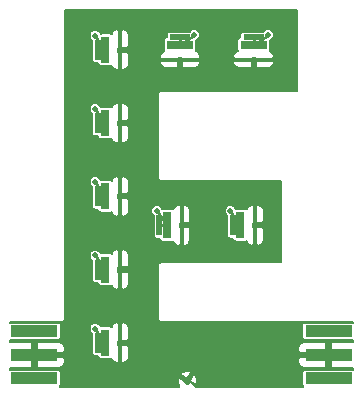
<source format=gtl>
G04 #@! TF.FileFunction,Copper,L1,Top,Signal*
%FSLAX46Y46*%
G04 Gerber Fmt 4.6, Leading zero omitted, Abs format (unit mm)*
G04 Created by KiCad (PCBNEW 4.0.0-rc2-stable) date 3/3/2016 3:43:48 PM*
%MOMM*%
G01*
G04 APERTURE LIST*
%ADD10C,0.150000*%
%ADD11R,1.800000X0.500000*%
%ADD12R,2.300000X0.320000*%
%ADD13R,2.300000X0.800000*%
%ADD14C,0.500000*%
%ADD15R,0.500000X1.800000*%
%ADD16R,0.320000X2.300000*%
%ADD17R,0.800000X2.300000*%
%ADD18R,4.000000X1.000000*%
%ADD19C,0.600000*%
%ADD20C,0.254000*%
%ADD21C,0.152400*%
G04 APERTURE END LIST*
D10*
D11*
X67584830Y-21297104D03*
D12*
X67584830Y-23197104D03*
D13*
X67584830Y-21947104D03*
D14*
X68784830Y-21097104D03*
D11*
X61343273Y-21297104D03*
D12*
X61343273Y-23197104D03*
D13*
X61343273Y-21947104D03*
D14*
X62543273Y-21097104D03*
D15*
X54369264Y-22365826D03*
D16*
X56269264Y-22365826D03*
D17*
X55019264Y-22365826D03*
D14*
X54169264Y-21165826D03*
D15*
X54369264Y-28565937D03*
D16*
X56269264Y-28565937D03*
D17*
X55019264Y-28565937D03*
D14*
X54169264Y-27365937D03*
D15*
X54369264Y-34766050D03*
D16*
X56269264Y-34766050D03*
D17*
X55019264Y-34766050D03*
D14*
X54169264Y-33566050D03*
D15*
X54369264Y-40966164D03*
D16*
X56269264Y-40966164D03*
D17*
X55019264Y-40966164D03*
D14*
X54169264Y-39766164D03*
D15*
X54369264Y-47166270D03*
D16*
X56269264Y-47166270D03*
D17*
X55019264Y-47166270D03*
D14*
X54169264Y-45966270D03*
D15*
X59586046Y-37210907D03*
D16*
X61486046Y-37210907D03*
D17*
X60236046Y-37210907D03*
D14*
X59386046Y-36010907D03*
D15*
X65802840Y-37210907D03*
D16*
X67702840Y-37210907D03*
D17*
X66452840Y-37210907D03*
D14*
X65602840Y-36010907D03*
D18*
X73919334Y-50192207D03*
X73919334Y-48192207D03*
X73919334Y-46192207D03*
D19*
X72919334Y-50192207D03*
X72919334Y-48192207D03*
X72919334Y-46192207D03*
D18*
X49020840Y-46192207D03*
X49020840Y-48192207D03*
X49020840Y-50192207D03*
D19*
X50020840Y-46192207D03*
X50020840Y-48192207D03*
X50020840Y-50192207D03*
D14*
X61975033Y-50417536D03*
D20*
X67580000Y-21300000D02*
X67580000Y-21950000D01*
X67580000Y-21300000D02*
X67580000Y-21950000D01*
X67580000Y-21300000D02*
X67580000Y-21950000D01*
X67580000Y-21300000D02*
X67580000Y-21950000D01*
X67580000Y-21300000D02*
X67580000Y-21950000D01*
X67580000Y-21300000D02*
X67580000Y-21950000D01*
X67580000Y-21300000D02*
X67580000Y-21950000D01*
X67580000Y-21300000D02*
X67580000Y-21950000D01*
X67580000Y-21300000D02*
X67580000Y-21950000D01*
X67580000Y-21950000D02*
X68780000Y-21100000D01*
X67580000Y-21950000D02*
X68780000Y-21100000D01*
X67580000Y-21950000D02*
X68780000Y-21100000D01*
X67580000Y-21950000D02*
X68780000Y-21100000D01*
X67580000Y-21950000D02*
X68780000Y-21100000D01*
X67580000Y-21950000D02*
X68780000Y-21100000D01*
X67580000Y-21950000D02*
X68780000Y-21100000D01*
X67580000Y-21950000D02*
X68780000Y-21100000D01*
X67580000Y-21950000D02*
X68780000Y-21100000D01*
X61340000Y-21300000D02*
X61340000Y-21950000D01*
X61340000Y-21300000D02*
X61340000Y-21950000D01*
X61340000Y-21300000D02*
X61340000Y-21950000D01*
X61340000Y-21300000D02*
X61340000Y-21950000D01*
X61340000Y-21300000D02*
X61340000Y-21950000D01*
X61340000Y-21300000D02*
X61340000Y-21950000D01*
X61340000Y-21300000D02*
X61340000Y-21950000D01*
X61340000Y-21300000D02*
X61340000Y-21950000D01*
X61340000Y-21300000D02*
X61340000Y-21950000D01*
X61340000Y-21950000D02*
X62540000Y-21100000D01*
X61340000Y-21950000D02*
X62540000Y-21100000D01*
X61340000Y-21950000D02*
X62540000Y-21100000D01*
X61340000Y-21950000D02*
X62540000Y-21100000D01*
X61340000Y-21950000D02*
X62540000Y-21100000D01*
X61340000Y-21950000D02*
X62540000Y-21100000D01*
X61340000Y-21950000D02*
X62540000Y-21100000D01*
X61340000Y-21950000D02*
X62540000Y-21100000D01*
X61340000Y-21950000D02*
X62540000Y-21100000D01*
X54370000Y-22370000D02*
X55020000Y-22370000D01*
X54370000Y-22370000D02*
X55020000Y-22370000D01*
X54370000Y-22370000D02*
X55020000Y-22370000D01*
X54370000Y-22370000D02*
X55020000Y-22370000D01*
X54370000Y-22370000D02*
X55020000Y-22370000D01*
X54370000Y-22370000D02*
X55020000Y-22370000D01*
X54370000Y-22370000D02*
X55020000Y-22370000D01*
X54370000Y-22370000D02*
X55020000Y-22370000D01*
X54370000Y-22370000D02*
X55020000Y-22370000D01*
X55020000Y-22370000D02*
X54170000Y-21170000D01*
X55020000Y-22370000D02*
X54170000Y-21170000D01*
X55020000Y-22370000D02*
X54170000Y-21170000D01*
X55020000Y-22370000D02*
X54170000Y-21170000D01*
X55020000Y-22370000D02*
X54170000Y-21170000D01*
X55020000Y-22370000D02*
X54170000Y-21170000D01*
X55020000Y-22370000D02*
X54170000Y-21170000D01*
X55020000Y-22370000D02*
X54170000Y-21170000D01*
X55020000Y-22370000D02*
X54170000Y-21170000D01*
X54370000Y-28570000D02*
X55020000Y-28570000D01*
X54370000Y-28570000D02*
X55020000Y-28570000D01*
X54370000Y-28570000D02*
X55020000Y-28570000D01*
X54370000Y-28570000D02*
X55020000Y-28570000D01*
X54370000Y-28570000D02*
X55020000Y-28570000D01*
X54370000Y-28570000D02*
X55020000Y-28570000D01*
X54370000Y-28570000D02*
X55020000Y-28570000D01*
X54370000Y-28570000D02*
X55020000Y-28570000D01*
X54370000Y-28570000D02*
X55020000Y-28570000D01*
X55020000Y-28570000D02*
X54170000Y-27370000D01*
X55020000Y-28570000D02*
X54170000Y-27370000D01*
X55020000Y-28570000D02*
X54170000Y-27370000D01*
X55020000Y-28570000D02*
X54170000Y-27370000D01*
X55020000Y-28570000D02*
X54170000Y-27370000D01*
X55020000Y-28570000D02*
X54170000Y-27370000D01*
X55020000Y-28570000D02*
X54170000Y-27370000D01*
X55020000Y-28570000D02*
X54170000Y-27370000D01*
X55020000Y-28570000D02*
X54170000Y-27370000D01*
X54370000Y-34770000D02*
X55020000Y-34770000D01*
X54370000Y-34770000D02*
X55020000Y-34770000D01*
X54370000Y-34770000D02*
X55020000Y-34770000D01*
X54370000Y-34770000D02*
X55020000Y-34770000D01*
X54370000Y-34770000D02*
X55020000Y-34770000D01*
X54370000Y-34770000D02*
X55020000Y-34770000D01*
X54370000Y-34770000D02*
X55020000Y-34770000D01*
X54370000Y-34770000D02*
X55020000Y-34770000D01*
X54370000Y-34770000D02*
X55020000Y-34770000D01*
X55020000Y-34770000D02*
X54170000Y-33570000D01*
X55020000Y-34770000D02*
X54170000Y-33570000D01*
X55020000Y-34770000D02*
X54170000Y-33570000D01*
X55020000Y-34770000D02*
X54170000Y-33570000D01*
X55020000Y-34770000D02*
X54170000Y-33570000D01*
X55020000Y-34770000D02*
X54170000Y-33570000D01*
X55020000Y-34770000D02*
X54170000Y-33570000D01*
X55020000Y-34770000D02*
X54170000Y-33570000D01*
X55020000Y-34770000D02*
X54170000Y-33570000D01*
X54370000Y-40970000D02*
X55020000Y-40970000D01*
X54370000Y-40970000D02*
X55020000Y-40970000D01*
X54370000Y-40970000D02*
X55020000Y-40970000D01*
X54370000Y-40970000D02*
X55020000Y-40970000D01*
X54370000Y-40970000D02*
X55020000Y-40970000D01*
X54370000Y-40970000D02*
X55020000Y-40970000D01*
X54370000Y-40970000D02*
X55020000Y-40970000D01*
X54370000Y-40970000D02*
X55020000Y-40970000D01*
X54370000Y-40970000D02*
X55020000Y-40970000D01*
X55020000Y-40970000D02*
X54170000Y-39770000D01*
X55020000Y-40970000D02*
X54170000Y-39770000D01*
X55020000Y-40970000D02*
X54170000Y-39770000D01*
X55020000Y-40970000D02*
X54170000Y-39770000D01*
X55020000Y-40970000D02*
X54170000Y-39770000D01*
X55020000Y-40970000D02*
X54170000Y-39770000D01*
X55020000Y-40970000D02*
X54170000Y-39770000D01*
X55020000Y-40970000D02*
X54170000Y-39770000D01*
X55020000Y-40970000D02*
X54170000Y-39770000D01*
X54370000Y-47170000D02*
X55020000Y-47170000D01*
X54370000Y-47170000D02*
X55020000Y-47170000D01*
X54370000Y-47170000D02*
X55020000Y-47170000D01*
X54370000Y-47170000D02*
X55020000Y-47170000D01*
X54370000Y-47170000D02*
X55020000Y-47170000D01*
X54370000Y-47170000D02*
X55020000Y-47170000D01*
X54370000Y-47170000D02*
X55020000Y-47170000D01*
X54370000Y-47170000D02*
X55020000Y-47170000D01*
X54370000Y-47170000D02*
X55020000Y-47170000D01*
X55020000Y-47170000D02*
X54170000Y-45970000D01*
X55020000Y-47170000D02*
X54170000Y-45970000D01*
X55020000Y-47170000D02*
X54170000Y-45970000D01*
X55020000Y-47170000D02*
X54170000Y-45970000D01*
X55020000Y-47170000D02*
X54170000Y-45970000D01*
X55020000Y-47170000D02*
X54170000Y-45970000D01*
X55020000Y-47170000D02*
X54170000Y-45970000D01*
X55020000Y-47170000D02*
X54170000Y-45970000D01*
X55020000Y-47170000D02*
X54170000Y-45970000D01*
X59590000Y-37210000D02*
X60240000Y-37210000D01*
X59590000Y-37210000D02*
X60240000Y-37210000D01*
X59590000Y-37210000D02*
X60240000Y-37210000D01*
X59590000Y-37210000D02*
X60240000Y-37210000D01*
X59590000Y-37210000D02*
X60240000Y-37210000D01*
X59590000Y-37210000D02*
X60240000Y-37210000D01*
X59590000Y-37210000D02*
X60240000Y-37210000D01*
X59590000Y-37210000D02*
X60240000Y-37210000D01*
X59590000Y-37210000D02*
X60240000Y-37210000D01*
X60240000Y-37210000D02*
X59390000Y-36010000D01*
X60240000Y-37210000D02*
X59390000Y-36010000D01*
X60240000Y-37210000D02*
X59390000Y-36010000D01*
X60240000Y-37210000D02*
X59390000Y-36010000D01*
X60240000Y-37210000D02*
X59390000Y-36010000D01*
X60240000Y-37210000D02*
X59390000Y-36010000D01*
X60240000Y-37210000D02*
X59390000Y-36010000D01*
X60240000Y-37210000D02*
X59390000Y-36010000D01*
X60240000Y-37210000D02*
X59390000Y-36010000D01*
X65800000Y-37210000D02*
X66450000Y-37210000D01*
X65800000Y-37210000D02*
X66450000Y-37210000D01*
X65800000Y-37210000D02*
X66450000Y-37210000D01*
X65800000Y-37210000D02*
X66450000Y-37210000D01*
X65800000Y-37210000D02*
X66450000Y-37210000D01*
X65800000Y-37210000D02*
X66450000Y-37210000D01*
X65800000Y-37210000D02*
X66450000Y-37210000D01*
X65800000Y-37210000D02*
X66450000Y-37210000D01*
X65800000Y-37210000D02*
X66450000Y-37210000D01*
X66450000Y-37210000D02*
X65600000Y-36010000D01*
X66450000Y-37210000D02*
X65600000Y-36010000D01*
X66450000Y-37210000D02*
X65600000Y-36010000D01*
X66450000Y-37210000D02*
X65600000Y-36010000D01*
X66450000Y-37210000D02*
X65600000Y-36010000D01*
X66450000Y-37210000D02*
X65600000Y-36010000D01*
X66450000Y-37210000D02*
X65600000Y-36010000D01*
X66450000Y-37210000D02*
X65600000Y-36010000D01*
X66450000Y-37210000D02*
X65600000Y-36010000D01*
D21*
G36*
X71251400Y-25861400D02*
X59770000Y-25861400D01*
X59663384Y-25882607D01*
X59573000Y-25943000D01*
X59512607Y-26033384D01*
X59491400Y-26140000D01*
X59491400Y-33220000D01*
X59512607Y-33326616D01*
X59573000Y-33417000D01*
X59663384Y-33477393D01*
X59770000Y-33498600D01*
X69911400Y-33498600D01*
X69911400Y-40361400D01*
X59770000Y-40361400D01*
X59663384Y-40382607D01*
X59573000Y-40443000D01*
X59512607Y-40533384D01*
X59491400Y-40640000D01*
X59491400Y-45150000D01*
X59512607Y-45256616D01*
X59573000Y-45347000D01*
X59663384Y-45407393D01*
X59770000Y-45428600D01*
X75951400Y-45428600D01*
X75951400Y-45465622D01*
X75919334Y-45459129D01*
X71919334Y-45459129D01*
X71834620Y-45475069D01*
X71756816Y-45525135D01*
X71704619Y-45601527D01*
X71686256Y-45692207D01*
X71686256Y-46692207D01*
X71702196Y-46776921D01*
X71752262Y-46854725D01*
X71828654Y-46906922D01*
X71919334Y-46925285D01*
X75919334Y-46925285D01*
X75951400Y-46919251D01*
X75951400Y-47108007D01*
X74243184Y-47108007D01*
X74097134Y-47254057D01*
X74097134Y-48014407D01*
X74117134Y-48014407D01*
X74117134Y-48370007D01*
X74097134Y-48370007D01*
X74097134Y-49130357D01*
X74243184Y-49276407D01*
X75951400Y-49276407D01*
X75951400Y-49465622D01*
X75919334Y-49459129D01*
X71919334Y-49459129D01*
X71834620Y-49475069D01*
X71756816Y-49525135D01*
X71704619Y-49601527D01*
X71686256Y-49692207D01*
X71686256Y-50692207D01*
X71702196Y-50776921D01*
X71752262Y-50854725D01*
X71776666Y-50871400D01*
X62680347Y-50871400D01*
X62267123Y-50458176D01*
X62624576Y-50690309D01*
X62794449Y-50645533D01*
X62819326Y-50314601D01*
X62715666Y-49999340D01*
X62630871Y-49875964D01*
X62457473Y-49904153D01*
X62147947Y-50380782D01*
X62234992Y-50437309D01*
X62054265Y-50618036D01*
X62011787Y-50590450D01*
X61955260Y-50677495D01*
X61774533Y-50496768D01*
X61802119Y-50454290D01*
X61325490Y-50144763D01*
X61155617Y-50189539D01*
X61130740Y-50520471D01*
X61234400Y-50835732D01*
X61258914Y-50871400D01*
X59770000Y-50871400D01*
X59719726Y-50881400D01*
X51380274Y-50881400D01*
X51330000Y-50871400D01*
X51164522Y-50871400D01*
X51183358Y-50859279D01*
X51235555Y-50782887D01*
X51253918Y-50692207D01*
X51253918Y-49761698D01*
X61433461Y-49761698D01*
X61461650Y-49935096D01*
X61938279Y-50244622D01*
X62247806Y-49767993D01*
X62203030Y-49598120D01*
X61872098Y-49573243D01*
X61556837Y-49676903D01*
X61433461Y-49761698D01*
X51253918Y-49761698D01*
X51253918Y-49692207D01*
X51237978Y-49607493D01*
X51187912Y-49529689D01*
X51111520Y-49477492D01*
X51020840Y-49459129D01*
X47020840Y-49459129D01*
X46936126Y-49475069D01*
X46908600Y-49492782D01*
X46908600Y-49276407D01*
X48696990Y-49276407D01*
X48843040Y-49130357D01*
X48843040Y-48370007D01*
X48823040Y-48370007D01*
X48823040Y-48130540D01*
X49121428Y-48130540D01*
X49166293Y-48479424D01*
X49198640Y-48557517D01*
X49198640Y-49130357D01*
X49344690Y-49276407D01*
X51137044Y-49276407D01*
X51351762Y-49187468D01*
X51516101Y-49023130D01*
X51605040Y-48808412D01*
X51605040Y-48516057D01*
X51458990Y-48370007D01*
X50888760Y-48370007D01*
X50920252Y-48253874D01*
X50889458Y-48014407D01*
X51458990Y-48014407D01*
X51605040Y-47868357D01*
X51605040Y-47576002D01*
X51516101Y-47361284D01*
X51351762Y-47196946D01*
X51137044Y-47108007D01*
X49344690Y-47108007D01*
X49198640Y-47254057D01*
X49198640Y-47845809D01*
X49121428Y-48130540D01*
X48823040Y-48130540D01*
X48823040Y-48014407D01*
X48843040Y-48014407D01*
X48843040Y-47254057D01*
X48696990Y-47108007D01*
X46908600Y-47108007D01*
X46908600Y-46892191D01*
X46930160Y-46906922D01*
X47020840Y-46925285D01*
X51020840Y-46925285D01*
X51105554Y-46909345D01*
X51183358Y-46859279D01*
X51235555Y-46782887D01*
X51253918Y-46692207D01*
X51253918Y-46061052D01*
X53690581Y-46061052D01*
X53763290Y-46237021D01*
X53886186Y-46360131D01*
X53886186Y-48066270D01*
X53902126Y-48150984D01*
X53952192Y-48228788D01*
X54028584Y-48280985D01*
X54119264Y-48299348D01*
X54386186Y-48299348D01*
X54386186Y-48316270D01*
X54402126Y-48400984D01*
X54452192Y-48478788D01*
X54528584Y-48530985D01*
X54619264Y-48549348D01*
X55419264Y-48549348D01*
X55503978Y-48533408D01*
X55553636Y-48501453D01*
X55614003Y-48647192D01*
X55778341Y-48811531D01*
X55993059Y-48900470D01*
X56043214Y-48900470D01*
X56189264Y-48754420D01*
X56189264Y-47344070D01*
X56349264Y-47344070D01*
X56349264Y-48754420D01*
X56495314Y-48900470D01*
X56545469Y-48900470D01*
X56760187Y-48811531D01*
X56924525Y-48647192D01*
X57013464Y-48432474D01*
X57013464Y-47576002D01*
X71335134Y-47576002D01*
X71335134Y-47868357D01*
X71481184Y-48014407D01*
X72051414Y-48014407D01*
X72019922Y-48130540D01*
X72050716Y-48370007D01*
X71481184Y-48370007D01*
X71335134Y-48516057D01*
X71335134Y-48808412D01*
X71424073Y-49023130D01*
X71588412Y-49187468D01*
X71803130Y-49276407D01*
X73595484Y-49276407D01*
X73741534Y-49130357D01*
X73741534Y-48538605D01*
X73818746Y-48253874D01*
X73773881Y-47904990D01*
X73741534Y-47826897D01*
X73741534Y-47254057D01*
X73595484Y-47108007D01*
X71803130Y-47108007D01*
X71588412Y-47196946D01*
X71424073Y-47361284D01*
X71335134Y-47576002D01*
X57013464Y-47576002D01*
X57013464Y-47490120D01*
X56867414Y-47344070D01*
X56349264Y-47344070D01*
X56189264Y-47344070D01*
X56109264Y-47344070D01*
X56109264Y-46988470D01*
X56189264Y-46988470D01*
X56189264Y-45578120D01*
X56349264Y-45578120D01*
X56349264Y-46988470D01*
X56867414Y-46988470D01*
X57013464Y-46842420D01*
X57013464Y-45900066D01*
X56924525Y-45685348D01*
X56760187Y-45521009D01*
X56545469Y-45432070D01*
X56495314Y-45432070D01*
X56349264Y-45578120D01*
X56189264Y-45578120D01*
X56043214Y-45432070D01*
X55993059Y-45432070D01*
X55778341Y-45521009D01*
X55614003Y-45685348D01*
X55553532Y-45831338D01*
X55509944Y-45801555D01*
X55419264Y-45783192D01*
X54619264Y-45783192D01*
X54612026Y-45784554D01*
X54575238Y-45695519D01*
X54440723Y-45560770D01*
X54264881Y-45487754D01*
X54074482Y-45487587D01*
X53898513Y-45560296D01*
X53763764Y-45694811D01*
X53690748Y-45870653D01*
X53690581Y-46061052D01*
X51253918Y-46061052D01*
X51253918Y-45692207D01*
X51237978Y-45607493D01*
X51187912Y-45529689D01*
X51111520Y-45477492D01*
X51020840Y-45459129D01*
X47020840Y-45459129D01*
X46936126Y-45475069D01*
X46908600Y-45492782D01*
X46908600Y-45428600D01*
X51330000Y-45428600D01*
X51436616Y-45407393D01*
X51527000Y-45347000D01*
X51587393Y-45256616D01*
X51608600Y-45150000D01*
X51608600Y-39860946D01*
X53690581Y-39860946D01*
X53763290Y-40036915D01*
X53886186Y-40160025D01*
X53886186Y-41866164D01*
X53902126Y-41950878D01*
X53952192Y-42028682D01*
X54028584Y-42080879D01*
X54119264Y-42099242D01*
X54386186Y-42099242D01*
X54386186Y-42116164D01*
X54402126Y-42200878D01*
X54452192Y-42278682D01*
X54528584Y-42330879D01*
X54619264Y-42349242D01*
X55419264Y-42349242D01*
X55503978Y-42333302D01*
X55553636Y-42301347D01*
X55614003Y-42447086D01*
X55778341Y-42611425D01*
X55993059Y-42700364D01*
X56043214Y-42700364D01*
X56189264Y-42554314D01*
X56189264Y-41143964D01*
X56349264Y-41143964D01*
X56349264Y-42554314D01*
X56495314Y-42700364D01*
X56545469Y-42700364D01*
X56760187Y-42611425D01*
X56924525Y-42447086D01*
X57013464Y-42232368D01*
X57013464Y-41290014D01*
X56867414Y-41143964D01*
X56349264Y-41143964D01*
X56189264Y-41143964D01*
X56109264Y-41143964D01*
X56109264Y-40788364D01*
X56189264Y-40788364D01*
X56189264Y-39378014D01*
X56349264Y-39378014D01*
X56349264Y-40788364D01*
X56867414Y-40788364D01*
X57013464Y-40642314D01*
X57013464Y-39699960D01*
X56924525Y-39485242D01*
X56760187Y-39320903D01*
X56545469Y-39231964D01*
X56495314Y-39231964D01*
X56349264Y-39378014D01*
X56189264Y-39378014D01*
X56043214Y-39231964D01*
X55993059Y-39231964D01*
X55778341Y-39320903D01*
X55614003Y-39485242D01*
X55553532Y-39631232D01*
X55509944Y-39601449D01*
X55419264Y-39583086D01*
X54619264Y-39583086D01*
X54612026Y-39584448D01*
X54575238Y-39495413D01*
X54440723Y-39360664D01*
X54264881Y-39287648D01*
X54074482Y-39287481D01*
X53898513Y-39360190D01*
X53763764Y-39494705D01*
X53690748Y-39670547D01*
X53690581Y-39860946D01*
X51608600Y-39860946D01*
X51608600Y-33660832D01*
X53690581Y-33660832D01*
X53763290Y-33836801D01*
X53886186Y-33959911D01*
X53886186Y-35666050D01*
X53902126Y-35750764D01*
X53952192Y-35828568D01*
X54028584Y-35880765D01*
X54119264Y-35899128D01*
X54386186Y-35899128D01*
X54386186Y-35916050D01*
X54402126Y-36000764D01*
X54452192Y-36078568D01*
X54528584Y-36130765D01*
X54619264Y-36149128D01*
X55419264Y-36149128D01*
X55503978Y-36133188D01*
X55553636Y-36101233D01*
X55614003Y-36246972D01*
X55778341Y-36411311D01*
X55993059Y-36500250D01*
X56043214Y-36500250D01*
X56189264Y-36354200D01*
X56189264Y-34943850D01*
X56349264Y-34943850D01*
X56349264Y-36354200D01*
X56495314Y-36500250D01*
X56545469Y-36500250D01*
X56760187Y-36411311D01*
X56924525Y-36246972D01*
X56983046Y-36105689D01*
X58907363Y-36105689D01*
X58980072Y-36281658D01*
X59102968Y-36404768D01*
X59102968Y-38110907D01*
X59118908Y-38195621D01*
X59168974Y-38273425D01*
X59245366Y-38325622D01*
X59336046Y-38343985D01*
X59602968Y-38343985D01*
X59602968Y-38360907D01*
X59618908Y-38445621D01*
X59668974Y-38523425D01*
X59745366Y-38575622D01*
X59836046Y-38593985D01*
X60636046Y-38593985D01*
X60720760Y-38578045D01*
X60770418Y-38546090D01*
X60830785Y-38691829D01*
X60995123Y-38856168D01*
X61209841Y-38945107D01*
X61259996Y-38945107D01*
X61406046Y-38799057D01*
X61406046Y-37388707D01*
X61566046Y-37388707D01*
X61566046Y-38799057D01*
X61712096Y-38945107D01*
X61762251Y-38945107D01*
X61976969Y-38856168D01*
X62141307Y-38691829D01*
X62230246Y-38477111D01*
X62230246Y-37534757D01*
X62084196Y-37388707D01*
X61566046Y-37388707D01*
X61406046Y-37388707D01*
X61326046Y-37388707D01*
X61326046Y-37033107D01*
X61406046Y-37033107D01*
X61406046Y-35622757D01*
X61566046Y-35622757D01*
X61566046Y-37033107D01*
X62084196Y-37033107D01*
X62230246Y-36887057D01*
X62230246Y-36105689D01*
X65124157Y-36105689D01*
X65196866Y-36281658D01*
X65319762Y-36404768D01*
X65319762Y-38110907D01*
X65335702Y-38195621D01*
X65385768Y-38273425D01*
X65462160Y-38325622D01*
X65552840Y-38343985D01*
X65819762Y-38343985D01*
X65819762Y-38360907D01*
X65835702Y-38445621D01*
X65885768Y-38523425D01*
X65962160Y-38575622D01*
X66052840Y-38593985D01*
X66852840Y-38593985D01*
X66937554Y-38578045D01*
X66987212Y-38546090D01*
X67047579Y-38691829D01*
X67211917Y-38856168D01*
X67426635Y-38945107D01*
X67476790Y-38945107D01*
X67622840Y-38799057D01*
X67622840Y-37388707D01*
X67782840Y-37388707D01*
X67782840Y-38799057D01*
X67928890Y-38945107D01*
X67979045Y-38945107D01*
X68193763Y-38856168D01*
X68358101Y-38691829D01*
X68447040Y-38477111D01*
X68447040Y-37534757D01*
X68300990Y-37388707D01*
X67782840Y-37388707D01*
X67622840Y-37388707D01*
X67542840Y-37388707D01*
X67542840Y-37033107D01*
X67622840Y-37033107D01*
X67622840Y-35622757D01*
X67782840Y-35622757D01*
X67782840Y-37033107D01*
X68300990Y-37033107D01*
X68447040Y-36887057D01*
X68447040Y-35944703D01*
X68358101Y-35729985D01*
X68193763Y-35565646D01*
X67979045Y-35476707D01*
X67928890Y-35476707D01*
X67782840Y-35622757D01*
X67622840Y-35622757D01*
X67476790Y-35476707D01*
X67426635Y-35476707D01*
X67211917Y-35565646D01*
X67047579Y-35729985D01*
X66987108Y-35875975D01*
X66943520Y-35846192D01*
X66852840Y-35827829D01*
X66052840Y-35827829D01*
X66045602Y-35829191D01*
X66008814Y-35740156D01*
X65874299Y-35605407D01*
X65698457Y-35532391D01*
X65508058Y-35532224D01*
X65332089Y-35604933D01*
X65197340Y-35739448D01*
X65124324Y-35915290D01*
X65124157Y-36105689D01*
X62230246Y-36105689D01*
X62230246Y-35944703D01*
X62141307Y-35729985D01*
X61976969Y-35565646D01*
X61762251Y-35476707D01*
X61712096Y-35476707D01*
X61566046Y-35622757D01*
X61406046Y-35622757D01*
X61259996Y-35476707D01*
X61209841Y-35476707D01*
X60995123Y-35565646D01*
X60830785Y-35729985D01*
X60770314Y-35875975D01*
X60726726Y-35846192D01*
X60636046Y-35827829D01*
X59836046Y-35827829D01*
X59828808Y-35829191D01*
X59792020Y-35740156D01*
X59657505Y-35605407D01*
X59481663Y-35532391D01*
X59291264Y-35532224D01*
X59115295Y-35604933D01*
X58980546Y-35739448D01*
X58907530Y-35915290D01*
X58907363Y-36105689D01*
X56983046Y-36105689D01*
X57013464Y-36032254D01*
X57013464Y-35089900D01*
X56867414Y-34943850D01*
X56349264Y-34943850D01*
X56189264Y-34943850D01*
X56109264Y-34943850D01*
X56109264Y-34588250D01*
X56189264Y-34588250D01*
X56189264Y-33177900D01*
X56349264Y-33177900D01*
X56349264Y-34588250D01*
X56867414Y-34588250D01*
X57013464Y-34442200D01*
X57013464Y-33499846D01*
X56924525Y-33285128D01*
X56760187Y-33120789D01*
X56545469Y-33031850D01*
X56495314Y-33031850D01*
X56349264Y-33177900D01*
X56189264Y-33177900D01*
X56043214Y-33031850D01*
X55993059Y-33031850D01*
X55778341Y-33120789D01*
X55614003Y-33285128D01*
X55553532Y-33431118D01*
X55509944Y-33401335D01*
X55419264Y-33382972D01*
X54619264Y-33382972D01*
X54612026Y-33384334D01*
X54575238Y-33295299D01*
X54440723Y-33160550D01*
X54264881Y-33087534D01*
X54074482Y-33087367D01*
X53898513Y-33160076D01*
X53763764Y-33294591D01*
X53690748Y-33470433D01*
X53690581Y-33660832D01*
X51608600Y-33660832D01*
X51608600Y-27460719D01*
X53690581Y-27460719D01*
X53763290Y-27636688D01*
X53886186Y-27759798D01*
X53886186Y-29465937D01*
X53902126Y-29550651D01*
X53952192Y-29628455D01*
X54028584Y-29680652D01*
X54119264Y-29699015D01*
X54386186Y-29699015D01*
X54386186Y-29715937D01*
X54402126Y-29800651D01*
X54452192Y-29878455D01*
X54528584Y-29930652D01*
X54619264Y-29949015D01*
X55419264Y-29949015D01*
X55503978Y-29933075D01*
X55553636Y-29901120D01*
X55614003Y-30046859D01*
X55778341Y-30211198D01*
X55993059Y-30300137D01*
X56043214Y-30300137D01*
X56189264Y-30154087D01*
X56189264Y-28743737D01*
X56349264Y-28743737D01*
X56349264Y-30154087D01*
X56495314Y-30300137D01*
X56545469Y-30300137D01*
X56760187Y-30211198D01*
X56924525Y-30046859D01*
X57013464Y-29832141D01*
X57013464Y-28889787D01*
X56867414Y-28743737D01*
X56349264Y-28743737D01*
X56189264Y-28743737D01*
X56109264Y-28743737D01*
X56109264Y-28388137D01*
X56189264Y-28388137D01*
X56189264Y-26977787D01*
X56349264Y-26977787D01*
X56349264Y-28388137D01*
X56867414Y-28388137D01*
X57013464Y-28242087D01*
X57013464Y-27299733D01*
X56924525Y-27085015D01*
X56760187Y-26920676D01*
X56545469Y-26831737D01*
X56495314Y-26831737D01*
X56349264Y-26977787D01*
X56189264Y-26977787D01*
X56043214Y-26831737D01*
X55993059Y-26831737D01*
X55778341Y-26920676D01*
X55614003Y-27085015D01*
X55553532Y-27231005D01*
X55509944Y-27201222D01*
X55419264Y-27182859D01*
X54619264Y-27182859D01*
X54612026Y-27184221D01*
X54575238Y-27095186D01*
X54440723Y-26960437D01*
X54264881Y-26887421D01*
X54074482Y-26887254D01*
X53898513Y-26959963D01*
X53763764Y-27094478D01*
X53690748Y-27270320D01*
X53690581Y-27460719D01*
X51608600Y-27460719D01*
X51608600Y-21260608D01*
X53690581Y-21260608D01*
X53763290Y-21436577D01*
X53886186Y-21559687D01*
X53886186Y-23265826D01*
X53902126Y-23350540D01*
X53952192Y-23428344D01*
X54028584Y-23480541D01*
X54119264Y-23498904D01*
X54386186Y-23498904D01*
X54386186Y-23515826D01*
X54402126Y-23600540D01*
X54452192Y-23678344D01*
X54528584Y-23730541D01*
X54619264Y-23748904D01*
X55419264Y-23748904D01*
X55503978Y-23732964D01*
X55553636Y-23701009D01*
X55614003Y-23846748D01*
X55778341Y-24011087D01*
X55993059Y-24100026D01*
X56043214Y-24100026D01*
X56189264Y-23953976D01*
X56189264Y-22543626D01*
X56349264Y-22543626D01*
X56349264Y-23953976D01*
X56495314Y-24100026D01*
X56545469Y-24100026D01*
X56760187Y-24011087D01*
X56924525Y-23846748D01*
X57013464Y-23632030D01*
X57013464Y-23423154D01*
X59609073Y-23423154D01*
X59609073Y-23473309D01*
X59698012Y-23688027D01*
X59862351Y-23852365D01*
X60077069Y-23941304D01*
X61019423Y-23941304D01*
X61165473Y-23795254D01*
X61165473Y-23277104D01*
X61521073Y-23277104D01*
X61521073Y-23795254D01*
X61667123Y-23941304D01*
X62609477Y-23941304D01*
X62824195Y-23852365D01*
X62988534Y-23688027D01*
X63077473Y-23473309D01*
X63077473Y-23423154D01*
X65850630Y-23423154D01*
X65850630Y-23473309D01*
X65939569Y-23688027D01*
X66103908Y-23852365D01*
X66318626Y-23941304D01*
X67260980Y-23941304D01*
X67407030Y-23795254D01*
X67407030Y-23277104D01*
X67762630Y-23277104D01*
X67762630Y-23795254D01*
X67908680Y-23941304D01*
X68851034Y-23941304D01*
X69065752Y-23852365D01*
X69230091Y-23688027D01*
X69319030Y-23473309D01*
X69319030Y-23423154D01*
X69172980Y-23277104D01*
X67762630Y-23277104D01*
X67407030Y-23277104D01*
X65996680Y-23277104D01*
X65850630Y-23423154D01*
X63077473Y-23423154D01*
X62931423Y-23277104D01*
X61521073Y-23277104D01*
X61165473Y-23277104D01*
X59755123Y-23277104D01*
X59609073Y-23423154D01*
X57013464Y-23423154D01*
X57013464Y-22920899D01*
X59609073Y-22920899D01*
X59609073Y-22971054D01*
X59755123Y-23117104D01*
X61165473Y-23117104D01*
X61165473Y-23037104D01*
X61521073Y-23037104D01*
X61521073Y-23117104D01*
X62931423Y-23117104D01*
X63077473Y-22971054D01*
X63077473Y-22920899D01*
X65850630Y-22920899D01*
X65850630Y-22971054D01*
X65996680Y-23117104D01*
X67407030Y-23117104D01*
X67407030Y-23037104D01*
X67762630Y-23037104D01*
X67762630Y-23117104D01*
X69172980Y-23117104D01*
X69319030Y-22971054D01*
X69319030Y-22920899D01*
X69230091Y-22706181D01*
X69065752Y-22541843D01*
X68919762Y-22481372D01*
X68949545Y-22437784D01*
X68967908Y-22347104D01*
X68967908Y-21547104D01*
X68966546Y-21539866D01*
X69055581Y-21503078D01*
X69190330Y-21368563D01*
X69263346Y-21192721D01*
X69263513Y-21002322D01*
X69190804Y-20826353D01*
X69056289Y-20691604D01*
X68880447Y-20618588D01*
X68690048Y-20618421D01*
X68514079Y-20691130D01*
X68390969Y-20814026D01*
X66684830Y-20814026D01*
X66600116Y-20829966D01*
X66522312Y-20880032D01*
X66470115Y-20956424D01*
X66451752Y-21047104D01*
X66451752Y-21314026D01*
X66434830Y-21314026D01*
X66350116Y-21329966D01*
X66272312Y-21380032D01*
X66220115Y-21456424D01*
X66201752Y-21547104D01*
X66201752Y-22347104D01*
X66217692Y-22431818D01*
X66249647Y-22481476D01*
X66103908Y-22541843D01*
X65939569Y-22706181D01*
X65850630Y-22920899D01*
X63077473Y-22920899D01*
X62988534Y-22706181D01*
X62824195Y-22541843D01*
X62678205Y-22481372D01*
X62707988Y-22437784D01*
X62726351Y-22347104D01*
X62726351Y-21547104D01*
X62724989Y-21539866D01*
X62814024Y-21503078D01*
X62948773Y-21368563D01*
X63021789Y-21192721D01*
X63021956Y-21002322D01*
X62949247Y-20826353D01*
X62814732Y-20691604D01*
X62638890Y-20618588D01*
X62448491Y-20618421D01*
X62272522Y-20691130D01*
X62149412Y-20814026D01*
X60443273Y-20814026D01*
X60358559Y-20829966D01*
X60280755Y-20880032D01*
X60228558Y-20956424D01*
X60210195Y-21047104D01*
X60210195Y-21314026D01*
X60193273Y-21314026D01*
X60108559Y-21329966D01*
X60030755Y-21380032D01*
X59978558Y-21456424D01*
X59960195Y-21547104D01*
X59960195Y-22347104D01*
X59976135Y-22431818D01*
X60008090Y-22481476D01*
X59862351Y-22541843D01*
X59698012Y-22706181D01*
X59609073Y-22920899D01*
X57013464Y-22920899D01*
X57013464Y-22689676D01*
X56867414Y-22543626D01*
X56349264Y-22543626D01*
X56189264Y-22543626D01*
X56109264Y-22543626D01*
X56109264Y-22188026D01*
X56189264Y-22188026D01*
X56189264Y-20777676D01*
X56349264Y-20777676D01*
X56349264Y-22188026D01*
X56867414Y-22188026D01*
X57013464Y-22041976D01*
X57013464Y-21099622D01*
X56924525Y-20884904D01*
X56760187Y-20720565D01*
X56545469Y-20631626D01*
X56495314Y-20631626D01*
X56349264Y-20777676D01*
X56189264Y-20777676D01*
X56043214Y-20631626D01*
X55993059Y-20631626D01*
X55778341Y-20720565D01*
X55614003Y-20884904D01*
X55553532Y-21030894D01*
X55509944Y-21001111D01*
X55419264Y-20982748D01*
X54619264Y-20982748D01*
X54612026Y-20984110D01*
X54575238Y-20895075D01*
X54440723Y-20760326D01*
X54264881Y-20687310D01*
X54074482Y-20687143D01*
X53898513Y-20759852D01*
X53763764Y-20894367D01*
X53690748Y-21070209D01*
X53690581Y-21260608D01*
X51608600Y-21260608D01*
X51608600Y-18998600D01*
X71251400Y-18998600D01*
X71251400Y-25861400D01*
X71251400Y-25861400D01*
G37*
X71251400Y-25861400D02*
X59770000Y-25861400D01*
X59663384Y-25882607D01*
X59573000Y-25943000D01*
X59512607Y-26033384D01*
X59491400Y-26140000D01*
X59491400Y-33220000D01*
X59512607Y-33326616D01*
X59573000Y-33417000D01*
X59663384Y-33477393D01*
X59770000Y-33498600D01*
X69911400Y-33498600D01*
X69911400Y-40361400D01*
X59770000Y-40361400D01*
X59663384Y-40382607D01*
X59573000Y-40443000D01*
X59512607Y-40533384D01*
X59491400Y-40640000D01*
X59491400Y-45150000D01*
X59512607Y-45256616D01*
X59573000Y-45347000D01*
X59663384Y-45407393D01*
X59770000Y-45428600D01*
X75951400Y-45428600D01*
X75951400Y-45465622D01*
X75919334Y-45459129D01*
X71919334Y-45459129D01*
X71834620Y-45475069D01*
X71756816Y-45525135D01*
X71704619Y-45601527D01*
X71686256Y-45692207D01*
X71686256Y-46692207D01*
X71702196Y-46776921D01*
X71752262Y-46854725D01*
X71828654Y-46906922D01*
X71919334Y-46925285D01*
X75919334Y-46925285D01*
X75951400Y-46919251D01*
X75951400Y-47108007D01*
X74243184Y-47108007D01*
X74097134Y-47254057D01*
X74097134Y-48014407D01*
X74117134Y-48014407D01*
X74117134Y-48370007D01*
X74097134Y-48370007D01*
X74097134Y-49130357D01*
X74243184Y-49276407D01*
X75951400Y-49276407D01*
X75951400Y-49465622D01*
X75919334Y-49459129D01*
X71919334Y-49459129D01*
X71834620Y-49475069D01*
X71756816Y-49525135D01*
X71704619Y-49601527D01*
X71686256Y-49692207D01*
X71686256Y-50692207D01*
X71702196Y-50776921D01*
X71752262Y-50854725D01*
X71776666Y-50871400D01*
X62680347Y-50871400D01*
X62267123Y-50458176D01*
X62624576Y-50690309D01*
X62794449Y-50645533D01*
X62819326Y-50314601D01*
X62715666Y-49999340D01*
X62630871Y-49875964D01*
X62457473Y-49904153D01*
X62147947Y-50380782D01*
X62234992Y-50437309D01*
X62054265Y-50618036D01*
X62011787Y-50590450D01*
X61955260Y-50677495D01*
X61774533Y-50496768D01*
X61802119Y-50454290D01*
X61325490Y-50144763D01*
X61155617Y-50189539D01*
X61130740Y-50520471D01*
X61234400Y-50835732D01*
X61258914Y-50871400D01*
X59770000Y-50871400D01*
X59719726Y-50881400D01*
X51380274Y-50881400D01*
X51330000Y-50871400D01*
X51164522Y-50871400D01*
X51183358Y-50859279D01*
X51235555Y-50782887D01*
X51253918Y-50692207D01*
X51253918Y-49761698D01*
X61433461Y-49761698D01*
X61461650Y-49935096D01*
X61938279Y-50244622D01*
X62247806Y-49767993D01*
X62203030Y-49598120D01*
X61872098Y-49573243D01*
X61556837Y-49676903D01*
X61433461Y-49761698D01*
X51253918Y-49761698D01*
X51253918Y-49692207D01*
X51237978Y-49607493D01*
X51187912Y-49529689D01*
X51111520Y-49477492D01*
X51020840Y-49459129D01*
X47020840Y-49459129D01*
X46936126Y-49475069D01*
X46908600Y-49492782D01*
X46908600Y-49276407D01*
X48696990Y-49276407D01*
X48843040Y-49130357D01*
X48843040Y-48370007D01*
X48823040Y-48370007D01*
X48823040Y-48130540D01*
X49121428Y-48130540D01*
X49166293Y-48479424D01*
X49198640Y-48557517D01*
X49198640Y-49130357D01*
X49344690Y-49276407D01*
X51137044Y-49276407D01*
X51351762Y-49187468D01*
X51516101Y-49023130D01*
X51605040Y-48808412D01*
X51605040Y-48516057D01*
X51458990Y-48370007D01*
X50888760Y-48370007D01*
X50920252Y-48253874D01*
X50889458Y-48014407D01*
X51458990Y-48014407D01*
X51605040Y-47868357D01*
X51605040Y-47576002D01*
X51516101Y-47361284D01*
X51351762Y-47196946D01*
X51137044Y-47108007D01*
X49344690Y-47108007D01*
X49198640Y-47254057D01*
X49198640Y-47845809D01*
X49121428Y-48130540D01*
X48823040Y-48130540D01*
X48823040Y-48014407D01*
X48843040Y-48014407D01*
X48843040Y-47254057D01*
X48696990Y-47108007D01*
X46908600Y-47108007D01*
X46908600Y-46892191D01*
X46930160Y-46906922D01*
X47020840Y-46925285D01*
X51020840Y-46925285D01*
X51105554Y-46909345D01*
X51183358Y-46859279D01*
X51235555Y-46782887D01*
X51253918Y-46692207D01*
X51253918Y-46061052D01*
X53690581Y-46061052D01*
X53763290Y-46237021D01*
X53886186Y-46360131D01*
X53886186Y-48066270D01*
X53902126Y-48150984D01*
X53952192Y-48228788D01*
X54028584Y-48280985D01*
X54119264Y-48299348D01*
X54386186Y-48299348D01*
X54386186Y-48316270D01*
X54402126Y-48400984D01*
X54452192Y-48478788D01*
X54528584Y-48530985D01*
X54619264Y-48549348D01*
X55419264Y-48549348D01*
X55503978Y-48533408D01*
X55553636Y-48501453D01*
X55614003Y-48647192D01*
X55778341Y-48811531D01*
X55993059Y-48900470D01*
X56043214Y-48900470D01*
X56189264Y-48754420D01*
X56189264Y-47344070D01*
X56349264Y-47344070D01*
X56349264Y-48754420D01*
X56495314Y-48900470D01*
X56545469Y-48900470D01*
X56760187Y-48811531D01*
X56924525Y-48647192D01*
X57013464Y-48432474D01*
X57013464Y-47576002D01*
X71335134Y-47576002D01*
X71335134Y-47868357D01*
X71481184Y-48014407D01*
X72051414Y-48014407D01*
X72019922Y-48130540D01*
X72050716Y-48370007D01*
X71481184Y-48370007D01*
X71335134Y-48516057D01*
X71335134Y-48808412D01*
X71424073Y-49023130D01*
X71588412Y-49187468D01*
X71803130Y-49276407D01*
X73595484Y-49276407D01*
X73741534Y-49130357D01*
X73741534Y-48538605D01*
X73818746Y-48253874D01*
X73773881Y-47904990D01*
X73741534Y-47826897D01*
X73741534Y-47254057D01*
X73595484Y-47108007D01*
X71803130Y-47108007D01*
X71588412Y-47196946D01*
X71424073Y-47361284D01*
X71335134Y-47576002D01*
X57013464Y-47576002D01*
X57013464Y-47490120D01*
X56867414Y-47344070D01*
X56349264Y-47344070D01*
X56189264Y-47344070D01*
X56109264Y-47344070D01*
X56109264Y-46988470D01*
X56189264Y-46988470D01*
X56189264Y-45578120D01*
X56349264Y-45578120D01*
X56349264Y-46988470D01*
X56867414Y-46988470D01*
X57013464Y-46842420D01*
X57013464Y-45900066D01*
X56924525Y-45685348D01*
X56760187Y-45521009D01*
X56545469Y-45432070D01*
X56495314Y-45432070D01*
X56349264Y-45578120D01*
X56189264Y-45578120D01*
X56043214Y-45432070D01*
X55993059Y-45432070D01*
X55778341Y-45521009D01*
X55614003Y-45685348D01*
X55553532Y-45831338D01*
X55509944Y-45801555D01*
X55419264Y-45783192D01*
X54619264Y-45783192D01*
X54612026Y-45784554D01*
X54575238Y-45695519D01*
X54440723Y-45560770D01*
X54264881Y-45487754D01*
X54074482Y-45487587D01*
X53898513Y-45560296D01*
X53763764Y-45694811D01*
X53690748Y-45870653D01*
X53690581Y-46061052D01*
X51253918Y-46061052D01*
X51253918Y-45692207D01*
X51237978Y-45607493D01*
X51187912Y-45529689D01*
X51111520Y-45477492D01*
X51020840Y-45459129D01*
X47020840Y-45459129D01*
X46936126Y-45475069D01*
X46908600Y-45492782D01*
X46908600Y-45428600D01*
X51330000Y-45428600D01*
X51436616Y-45407393D01*
X51527000Y-45347000D01*
X51587393Y-45256616D01*
X51608600Y-45150000D01*
X51608600Y-39860946D01*
X53690581Y-39860946D01*
X53763290Y-40036915D01*
X53886186Y-40160025D01*
X53886186Y-41866164D01*
X53902126Y-41950878D01*
X53952192Y-42028682D01*
X54028584Y-42080879D01*
X54119264Y-42099242D01*
X54386186Y-42099242D01*
X54386186Y-42116164D01*
X54402126Y-42200878D01*
X54452192Y-42278682D01*
X54528584Y-42330879D01*
X54619264Y-42349242D01*
X55419264Y-42349242D01*
X55503978Y-42333302D01*
X55553636Y-42301347D01*
X55614003Y-42447086D01*
X55778341Y-42611425D01*
X55993059Y-42700364D01*
X56043214Y-42700364D01*
X56189264Y-42554314D01*
X56189264Y-41143964D01*
X56349264Y-41143964D01*
X56349264Y-42554314D01*
X56495314Y-42700364D01*
X56545469Y-42700364D01*
X56760187Y-42611425D01*
X56924525Y-42447086D01*
X57013464Y-42232368D01*
X57013464Y-41290014D01*
X56867414Y-41143964D01*
X56349264Y-41143964D01*
X56189264Y-41143964D01*
X56109264Y-41143964D01*
X56109264Y-40788364D01*
X56189264Y-40788364D01*
X56189264Y-39378014D01*
X56349264Y-39378014D01*
X56349264Y-40788364D01*
X56867414Y-40788364D01*
X57013464Y-40642314D01*
X57013464Y-39699960D01*
X56924525Y-39485242D01*
X56760187Y-39320903D01*
X56545469Y-39231964D01*
X56495314Y-39231964D01*
X56349264Y-39378014D01*
X56189264Y-39378014D01*
X56043214Y-39231964D01*
X55993059Y-39231964D01*
X55778341Y-39320903D01*
X55614003Y-39485242D01*
X55553532Y-39631232D01*
X55509944Y-39601449D01*
X55419264Y-39583086D01*
X54619264Y-39583086D01*
X54612026Y-39584448D01*
X54575238Y-39495413D01*
X54440723Y-39360664D01*
X54264881Y-39287648D01*
X54074482Y-39287481D01*
X53898513Y-39360190D01*
X53763764Y-39494705D01*
X53690748Y-39670547D01*
X53690581Y-39860946D01*
X51608600Y-39860946D01*
X51608600Y-33660832D01*
X53690581Y-33660832D01*
X53763290Y-33836801D01*
X53886186Y-33959911D01*
X53886186Y-35666050D01*
X53902126Y-35750764D01*
X53952192Y-35828568D01*
X54028584Y-35880765D01*
X54119264Y-35899128D01*
X54386186Y-35899128D01*
X54386186Y-35916050D01*
X54402126Y-36000764D01*
X54452192Y-36078568D01*
X54528584Y-36130765D01*
X54619264Y-36149128D01*
X55419264Y-36149128D01*
X55503978Y-36133188D01*
X55553636Y-36101233D01*
X55614003Y-36246972D01*
X55778341Y-36411311D01*
X55993059Y-36500250D01*
X56043214Y-36500250D01*
X56189264Y-36354200D01*
X56189264Y-34943850D01*
X56349264Y-34943850D01*
X56349264Y-36354200D01*
X56495314Y-36500250D01*
X56545469Y-36500250D01*
X56760187Y-36411311D01*
X56924525Y-36246972D01*
X56983046Y-36105689D01*
X58907363Y-36105689D01*
X58980072Y-36281658D01*
X59102968Y-36404768D01*
X59102968Y-38110907D01*
X59118908Y-38195621D01*
X59168974Y-38273425D01*
X59245366Y-38325622D01*
X59336046Y-38343985D01*
X59602968Y-38343985D01*
X59602968Y-38360907D01*
X59618908Y-38445621D01*
X59668974Y-38523425D01*
X59745366Y-38575622D01*
X59836046Y-38593985D01*
X60636046Y-38593985D01*
X60720760Y-38578045D01*
X60770418Y-38546090D01*
X60830785Y-38691829D01*
X60995123Y-38856168D01*
X61209841Y-38945107D01*
X61259996Y-38945107D01*
X61406046Y-38799057D01*
X61406046Y-37388707D01*
X61566046Y-37388707D01*
X61566046Y-38799057D01*
X61712096Y-38945107D01*
X61762251Y-38945107D01*
X61976969Y-38856168D01*
X62141307Y-38691829D01*
X62230246Y-38477111D01*
X62230246Y-37534757D01*
X62084196Y-37388707D01*
X61566046Y-37388707D01*
X61406046Y-37388707D01*
X61326046Y-37388707D01*
X61326046Y-37033107D01*
X61406046Y-37033107D01*
X61406046Y-35622757D01*
X61566046Y-35622757D01*
X61566046Y-37033107D01*
X62084196Y-37033107D01*
X62230246Y-36887057D01*
X62230246Y-36105689D01*
X65124157Y-36105689D01*
X65196866Y-36281658D01*
X65319762Y-36404768D01*
X65319762Y-38110907D01*
X65335702Y-38195621D01*
X65385768Y-38273425D01*
X65462160Y-38325622D01*
X65552840Y-38343985D01*
X65819762Y-38343985D01*
X65819762Y-38360907D01*
X65835702Y-38445621D01*
X65885768Y-38523425D01*
X65962160Y-38575622D01*
X66052840Y-38593985D01*
X66852840Y-38593985D01*
X66937554Y-38578045D01*
X66987212Y-38546090D01*
X67047579Y-38691829D01*
X67211917Y-38856168D01*
X67426635Y-38945107D01*
X67476790Y-38945107D01*
X67622840Y-38799057D01*
X67622840Y-37388707D01*
X67782840Y-37388707D01*
X67782840Y-38799057D01*
X67928890Y-38945107D01*
X67979045Y-38945107D01*
X68193763Y-38856168D01*
X68358101Y-38691829D01*
X68447040Y-38477111D01*
X68447040Y-37534757D01*
X68300990Y-37388707D01*
X67782840Y-37388707D01*
X67622840Y-37388707D01*
X67542840Y-37388707D01*
X67542840Y-37033107D01*
X67622840Y-37033107D01*
X67622840Y-35622757D01*
X67782840Y-35622757D01*
X67782840Y-37033107D01*
X68300990Y-37033107D01*
X68447040Y-36887057D01*
X68447040Y-35944703D01*
X68358101Y-35729985D01*
X68193763Y-35565646D01*
X67979045Y-35476707D01*
X67928890Y-35476707D01*
X67782840Y-35622757D01*
X67622840Y-35622757D01*
X67476790Y-35476707D01*
X67426635Y-35476707D01*
X67211917Y-35565646D01*
X67047579Y-35729985D01*
X66987108Y-35875975D01*
X66943520Y-35846192D01*
X66852840Y-35827829D01*
X66052840Y-35827829D01*
X66045602Y-35829191D01*
X66008814Y-35740156D01*
X65874299Y-35605407D01*
X65698457Y-35532391D01*
X65508058Y-35532224D01*
X65332089Y-35604933D01*
X65197340Y-35739448D01*
X65124324Y-35915290D01*
X65124157Y-36105689D01*
X62230246Y-36105689D01*
X62230246Y-35944703D01*
X62141307Y-35729985D01*
X61976969Y-35565646D01*
X61762251Y-35476707D01*
X61712096Y-35476707D01*
X61566046Y-35622757D01*
X61406046Y-35622757D01*
X61259996Y-35476707D01*
X61209841Y-35476707D01*
X60995123Y-35565646D01*
X60830785Y-35729985D01*
X60770314Y-35875975D01*
X60726726Y-35846192D01*
X60636046Y-35827829D01*
X59836046Y-35827829D01*
X59828808Y-35829191D01*
X59792020Y-35740156D01*
X59657505Y-35605407D01*
X59481663Y-35532391D01*
X59291264Y-35532224D01*
X59115295Y-35604933D01*
X58980546Y-35739448D01*
X58907530Y-35915290D01*
X58907363Y-36105689D01*
X56983046Y-36105689D01*
X57013464Y-36032254D01*
X57013464Y-35089900D01*
X56867414Y-34943850D01*
X56349264Y-34943850D01*
X56189264Y-34943850D01*
X56109264Y-34943850D01*
X56109264Y-34588250D01*
X56189264Y-34588250D01*
X56189264Y-33177900D01*
X56349264Y-33177900D01*
X56349264Y-34588250D01*
X56867414Y-34588250D01*
X57013464Y-34442200D01*
X57013464Y-33499846D01*
X56924525Y-33285128D01*
X56760187Y-33120789D01*
X56545469Y-33031850D01*
X56495314Y-33031850D01*
X56349264Y-33177900D01*
X56189264Y-33177900D01*
X56043214Y-33031850D01*
X55993059Y-33031850D01*
X55778341Y-33120789D01*
X55614003Y-33285128D01*
X55553532Y-33431118D01*
X55509944Y-33401335D01*
X55419264Y-33382972D01*
X54619264Y-33382972D01*
X54612026Y-33384334D01*
X54575238Y-33295299D01*
X54440723Y-33160550D01*
X54264881Y-33087534D01*
X54074482Y-33087367D01*
X53898513Y-33160076D01*
X53763764Y-33294591D01*
X53690748Y-33470433D01*
X53690581Y-33660832D01*
X51608600Y-33660832D01*
X51608600Y-27460719D01*
X53690581Y-27460719D01*
X53763290Y-27636688D01*
X53886186Y-27759798D01*
X53886186Y-29465937D01*
X53902126Y-29550651D01*
X53952192Y-29628455D01*
X54028584Y-29680652D01*
X54119264Y-29699015D01*
X54386186Y-29699015D01*
X54386186Y-29715937D01*
X54402126Y-29800651D01*
X54452192Y-29878455D01*
X54528584Y-29930652D01*
X54619264Y-29949015D01*
X55419264Y-29949015D01*
X55503978Y-29933075D01*
X55553636Y-29901120D01*
X55614003Y-30046859D01*
X55778341Y-30211198D01*
X55993059Y-30300137D01*
X56043214Y-30300137D01*
X56189264Y-30154087D01*
X56189264Y-28743737D01*
X56349264Y-28743737D01*
X56349264Y-30154087D01*
X56495314Y-30300137D01*
X56545469Y-30300137D01*
X56760187Y-30211198D01*
X56924525Y-30046859D01*
X57013464Y-29832141D01*
X57013464Y-28889787D01*
X56867414Y-28743737D01*
X56349264Y-28743737D01*
X56189264Y-28743737D01*
X56109264Y-28743737D01*
X56109264Y-28388137D01*
X56189264Y-28388137D01*
X56189264Y-26977787D01*
X56349264Y-26977787D01*
X56349264Y-28388137D01*
X56867414Y-28388137D01*
X57013464Y-28242087D01*
X57013464Y-27299733D01*
X56924525Y-27085015D01*
X56760187Y-26920676D01*
X56545469Y-26831737D01*
X56495314Y-26831737D01*
X56349264Y-26977787D01*
X56189264Y-26977787D01*
X56043214Y-26831737D01*
X55993059Y-26831737D01*
X55778341Y-26920676D01*
X55614003Y-27085015D01*
X55553532Y-27231005D01*
X55509944Y-27201222D01*
X55419264Y-27182859D01*
X54619264Y-27182859D01*
X54612026Y-27184221D01*
X54575238Y-27095186D01*
X54440723Y-26960437D01*
X54264881Y-26887421D01*
X54074482Y-26887254D01*
X53898513Y-26959963D01*
X53763764Y-27094478D01*
X53690748Y-27270320D01*
X53690581Y-27460719D01*
X51608600Y-27460719D01*
X51608600Y-21260608D01*
X53690581Y-21260608D01*
X53763290Y-21436577D01*
X53886186Y-21559687D01*
X53886186Y-23265826D01*
X53902126Y-23350540D01*
X53952192Y-23428344D01*
X54028584Y-23480541D01*
X54119264Y-23498904D01*
X54386186Y-23498904D01*
X54386186Y-23515826D01*
X54402126Y-23600540D01*
X54452192Y-23678344D01*
X54528584Y-23730541D01*
X54619264Y-23748904D01*
X55419264Y-23748904D01*
X55503978Y-23732964D01*
X55553636Y-23701009D01*
X55614003Y-23846748D01*
X55778341Y-24011087D01*
X55993059Y-24100026D01*
X56043214Y-24100026D01*
X56189264Y-23953976D01*
X56189264Y-22543626D01*
X56349264Y-22543626D01*
X56349264Y-23953976D01*
X56495314Y-24100026D01*
X56545469Y-24100026D01*
X56760187Y-24011087D01*
X56924525Y-23846748D01*
X57013464Y-23632030D01*
X57013464Y-23423154D01*
X59609073Y-23423154D01*
X59609073Y-23473309D01*
X59698012Y-23688027D01*
X59862351Y-23852365D01*
X60077069Y-23941304D01*
X61019423Y-23941304D01*
X61165473Y-23795254D01*
X61165473Y-23277104D01*
X61521073Y-23277104D01*
X61521073Y-23795254D01*
X61667123Y-23941304D01*
X62609477Y-23941304D01*
X62824195Y-23852365D01*
X62988534Y-23688027D01*
X63077473Y-23473309D01*
X63077473Y-23423154D01*
X65850630Y-23423154D01*
X65850630Y-23473309D01*
X65939569Y-23688027D01*
X66103908Y-23852365D01*
X66318626Y-23941304D01*
X67260980Y-23941304D01*
X67407030Y-23795254D01*
X67407030Y-23277104D01*
X67762630Y-23277104D01*
X67762630Y-23795254D01*
X67908680Y-23941304D01*
X68851034Y-23941304D01*
X69065752Y-23852365D01*
X69230091Y-23688027D01*
X69319030Y-23473309D01*
X69319030Y-23423154D01*
X69172980Y-23277104D01*
X67762630Y-23277104D01*
X67407030Y-23277104D01*
X65996680Y-23277104D01*
X65850630Y-23423154D01*
X63077473Y-23423154D01*
X62931423Y-23277104D01*
X61521073Y-23277104D01*
X61165473Y-23277104D01*
X59755123Y-23277104D01*
X59609073Y-23423154D01*
X57013464Y-23423154D01*
X57013464Y-22920899D01*
X59609073Y-22920899D01*
X59609073Y-22971054D01*
X59755123Y-23117104D01*
X61165473Y-23117104D01*
X61165473Y-23037104D01*
X61521073Y-23037104D01*
X61521073Y-23117104D01*
X62931423Y-23117104D01*
X63077473Y-22971054D01*
X63077473Y-22920899D01*
X65850630Y-22920899D01*
X65850630Y-22971054D01*
X65996680Y-23117104D01*
X67407030Y-23117104D01*
X67407030Y-23037104D01*
X67762630Y-23037104D01*
X67762630Y-23117104D01*
X69172980Y-23117104D01*
X69319030Y-22971054D01*
X69319030Y-22920899D01*
X69230091Y-22706181D01*
X69065752Y-22541843D01*
X68919762Y-22481372D01*
X68949545Y-22437784D01*
X68967908Y-22347104D01*
X68967908Y-21547104D01*
X68966546Y-21539866D01*
X69055581Y-21503078D01*
X69190330Y-21368563D01*
X69263346Y-21192721D01*
X69263513Y-21002322D01*
X69190804Y-20826353D01*
X69056289Y-20691604D01*
X68880447Y-20618588D01*
X68690048Y-20618421D01*
X68514079Y-20691130D01*
X68390969Y-20814026D01*
X66684830Y-20814026D01*
X66600116Y-20829966D01*
X66522312Y-20880032D01*
X66470115Y-20956424D01*
X66451752Y-21047104D01*
X66451752Y-21314026D01*
X66434830Y-21314026D01*
X66350116Y-21329966D01*
X66272312Y-21380032D01*
X66220115Y-21456424D01*
X66201752Y-21547104D01*
X66201752Y-22347104D01*
X66217692Y-22431818D01*
X66249647Y-22481476D01*
X66103908Y-22541843D01*
X65939569Y-22706181D01*
X65850630Y-22920899D01*
X63077473Y-22920899D01*
X62988534Y-22706181D01*
X62824195Y-22541843D01*
X62678205Y-22481372D01*
X62707988Y-22437784D01*
X62726351Y-22347104D01*
X62726351Y-21547104D01*
X62724989Y-21539866D01*
X62814024Y-21503078D01*
X62948773Y-21368563D01*
X63021789Y-21192721D01*
X63021956Y-21002322D01*
X62949247Y-20826353D01*
X62814732Y-20691604D01*
X62638890Y-20618588D01*
X62448491Y-20618421D01*
X62272522Y-20691130D01*
X62149412Y-20814026D01*
X60443273Y-20814026D01*
X60358559Y-20829966D01*
X60280755Y-20880032D01*
X60228558Y-20956424D01*
X60210195Y-21047104D01*
X60210195Y-21314026D01*
X60193273Y-21314026D01*
X60108559Y-21329966D01*
X60030755Y-21380032D01*
X59978558Y-21456424D01*
X59960195Y-21547104D01*
X59960195Y-22347104D01*
X59976135Y-22431818D01*
X60008090Y-22481476D01*
X59862351Y-22541843D01*
X59698012Y-22706181D01*
X59609073Y-22920899D01*
X57013464Y-22920899D01*
X57013464Y-22689676D01*
X56867414Y-22543626D01*
X56349264Y-22543626D01*
X56189264Y-22543626D01*
X56109264Y-22543626D01*
X56109264Y-22188026D01*
X56189264Y-22188026D01*
X56189264Y-20777676D01*
X56349264Y-20777676D01*
X56349264Y-22188026D01*
X56867414Y-22188026D01*
X57013464Y-22041976D01*
X57013464Y-21099622D01*
X56924525Y-20884904D01*
X56760187Y-20720565D01*
X56545469Y-20631626D01*
X56495314Y-20631626D01*
X56349264Y-20777676D01*
X56189264Y-20777676D01*
X56043214Y-20631626D01*
X55993059Y-20631626D01*
X55778341Y-20720565D01*
X55614003Y-20884904D01*
X55553532Y-21030894D01*
X55509944Y-21001111D01*
X55419264Y-20982748D01*
X54619264Y-20982748D01*
X54612026Y-20984110D01*
X54575238Y-20895075D01*
X54440723Y-20760326D01*
X54264881Y-20687310D01*
X54074482Y-20687143D01*
X53898513Y-20759852D01*
X53763764Y-20894367D01*
X53690748Y-21070209D01*
X53690581Y-21260608D01*
X51608600Y-21260608D01*
X51608600Y-18998600D01*
X71251400Y-18998600D01*
X71251400Y-25861400D01*
G36*
X73165266Y-48158407D02*
X73131466Y-48192207D01*
X73165266Y-48226007D01*
X73021266Y-48370007D01*
X72817402Y-48370007D01*
X72673402Y-48226007D01*
X72707202Y-48192207D01*
X72673402Y-48158407D01*
X72817402Y-48014407D01*
X73021266Y-48014407D01*
X73165266Y-48158407D01*
X73165266Y-48158407D01*
G37*
X73165266Y-48158407D02*
X73131466Y-48192207D01*
X73165266Y-48226007D01*
X73021266Y-48370007D01*
X72817402Y-48370007D01*
X72673402Y-48226007D01*
X72707202Y-48192207D01*
X72673402Y-48158407D01*
X72817402Y-48014407D01*
X73021266Y-48014407D01*
X73165266Y-48158407D01*
G36*
X50266772Y-48158407D02*
X50232972Y-48192207D01*
X50266772Y-48226007D01*
X50122772Y-48370007D01*
X49918908Y-48370007D01*
X49774908Y-48226007D01*
X49808708Y-48192207D01*
X49774908Y-48158407D01*
X49918908Y-48014407D01*
X50122772Y-48014407D01*
X50266772Y-48158407D01*
X50266772Y-48158407D01*
G37*
X50266772Y-48158407D02*
X50232972Y-48192207D01*
X50266772Y-48226007D01*
X50122772Y-48370007D01*
X49918908Y-48370007D01*
X49774908Y-48226007D01*
X49808708Y-48192207D01*
X49774908Y-48158407D01*
X49918908Y-48014407D01*
X50122772Y-48014407D01*
X50266772Y-48158407D01*
M02*

</source>
